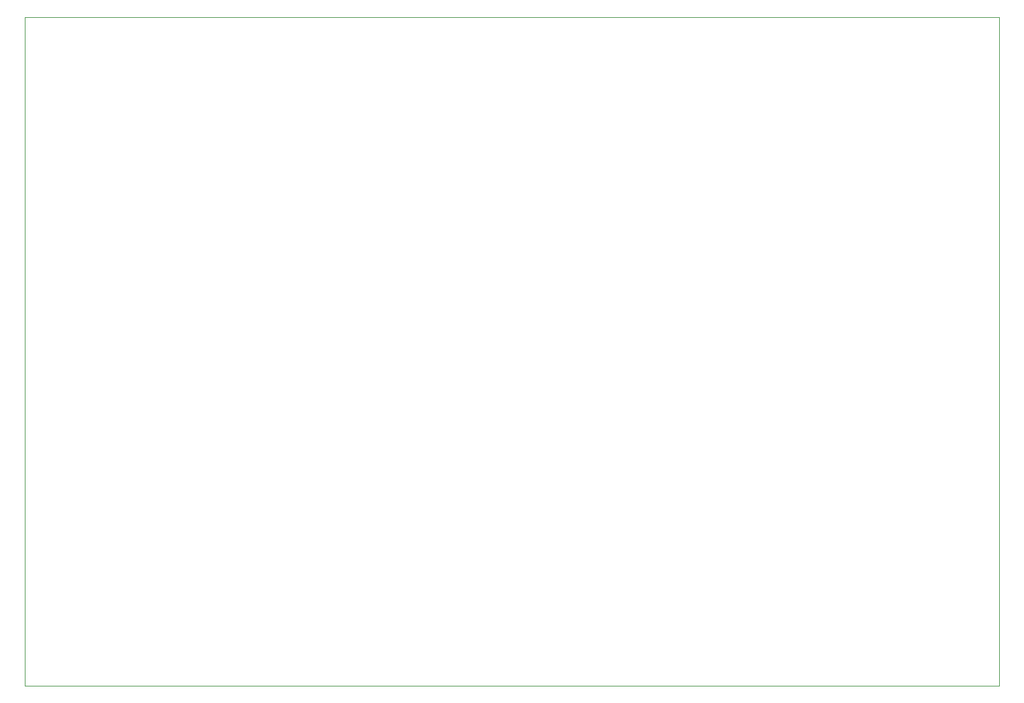
<source format=gbr>
%TF.GenerationSoftware,KiCad,Pcbnew,(6.0.1)*%
%TF.CreationDate,2022-07-03T17:59:52-04:00*%
%TF.ProjectId,tesy,74657379-2e6b-4696-9361-645f70636258,rev?*%
%TF.SameCoordinates,Original*%
%TF.FileFunction,Profile,NP*%
%FSLAX46Y46*%
G04 Gerber Fmt 4.6, Leading zero omitted, Abs format (unit mm)*
G04 Created by KiCad (PCBNEW (6.0.1)) date 2022-07-03 17:59:52*
%MOMM*%
%LPD*%
G01*
G04 APERTURE LIST*
%TA.AperFunction,Profile*%
%ADD10C,0.100000*%
%TD*%
G04 APERTURE END LIST*
D10*
X152400000Y-137160000D02*
X152400000Y-48260000D01*
X22860000Y-137160000D02*
X152400000Y-137160000D01*
X22860000Y-48260000D02*
X22860000Y-137160000D01*
X152400000Y-48260000D02*
X22860000Y-48260000D01*
X152400000Y-137160000D02*
X152400000Y-137160000D01*
M02*

</source>
